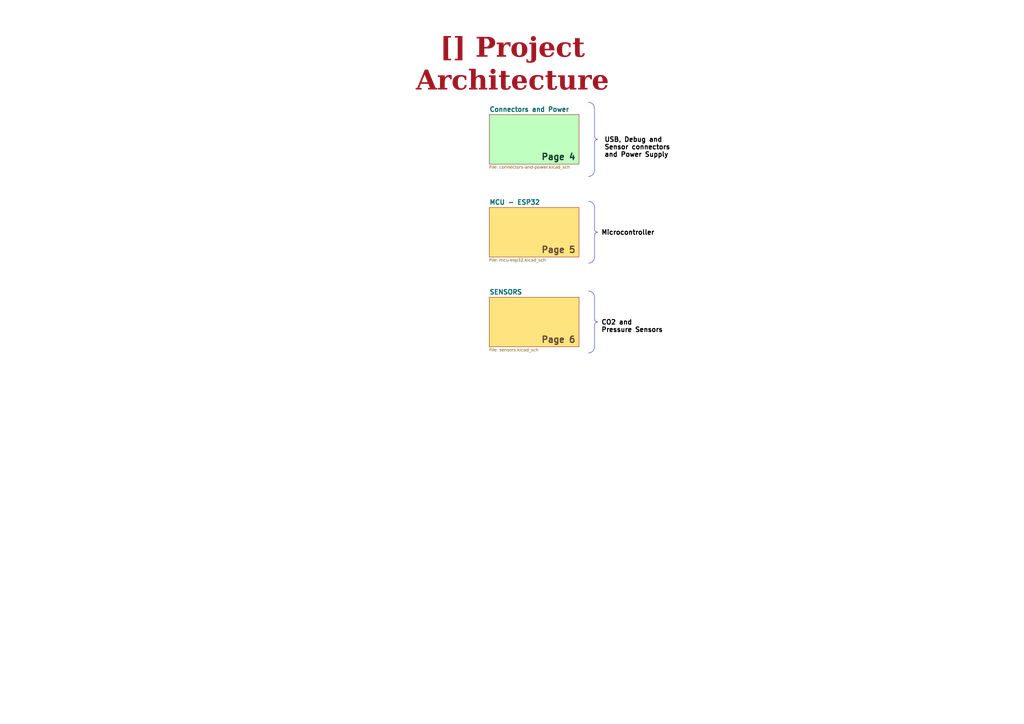
<source format=kicad_sch>
(kicad_sch
	(version 20231120)
	(generator "eeschema")
	(generator_version "8.0")
	(uuid "43756dca-f8f6-4179-bbe2-5af9585c666d")
	(paper "A3")
	(title_block
		(title "Project Architecture")
		(date "Last Modified Date")
		(rev "${REVISION}")
		(company "${COMPANY}")
	)
	(lib_symbols)
	(polyline
		(pts
			(xy 243.84 55.88) (xy 243.84 44.45)
		)
		(stroke
			(width 0)
			(type default)
		)
		(uuid "1e3c70a2-22df-46ef-a52f-0f821498dc0c")
	)
	(polyline
		(pts
			(xy 243.84 58.42) (xy 243.84 69.85)
		)
		(stroke
			(width 0)
			(type default)
		)
		(uuid "41045457-e885-4cf4-93f2-cdba80791e7b")
	)
	(polyline
		(pts
			(xy 243.84 85.09) (xy 243.84 93.98)
		)
		(stroke
			(width 0)
			(type default)
		)
		(uuid "5f799f7d-3b4c-429a-be80-1688600486e9")
	)
	(polyline
		(pts
			(xy 243.84 133.35) (xy 243.84 142.24)
		)
		(stroke
			(width 0)
			(type default)
		)
		(uuid "c8d37020-9d4d-4edf-83cc-0f7caf6eb636")
	)
	(polyline
		(pts
			(xy 243.84 121.92) (xy 243.84 130.81)
		)
		(stroke
			(width 0)
			(type default)
		)
		(uuid "d9f90ba6-5fad-4f9f-83b5-6bf61d28050d")
	)
	(polyline
		(pts
			(xy 243.84 96.52) (xy 243.84 105.41)
		)
		(stroke
			(width 0)
			(type default)
		)
		(uuid "f890bb63-7be7-434c-9d54-8102b0d37829")
	)
	(arc
		(start 243.86 96.5)
		(mid 244.2349 95.6049)
		(end 245.13 95.23)
		(stroke
			(width 0)
			(type default)
		)
		(fill
			(type none)
		)
		(uuid 055071ba-7216-47dc-af92-e615f4e56e85)
	)
	(arc
		(start 245.13 132.06)
		(mid 244.2349 131.6851)
		(end 243.86 130.79)
		(stroke
			(width 0)
			(type default)
		)
		(fill
			(type none)
		)
		(uuid 2e513735-90d6-45cc-8e60-125b49c9ff23)
	)
	(arc
		(start 243.84 58.42)
		(mid 244.2149 57.5249)
		(end 245.11 57.15)
		(stroke
			(width 0)
			(type default)
		)
		(fill
			(type none)
		)
		(uuid 463357f7-f9d2-46fa-b0b6-a6251e6ce150)
	)
	(arc
		(start 241.32 82.53)
		(mid 243.1102 83.2798)
		(end 243.86 85.07)
		(stroke
			(width 0)
			(type default)
		)
		(fill
			(type none)
		)
		(uuid 73f6865c-4f24-4b13-a9e7-cf8bfa00ee32)
	)
	(arc
		(start 245.11 57.15)
		(mid 244.2149 56.7751)
		(end 243.84 55.88)
		(stroke
			(width 0)
			(type default)
		)
		(fill
			(type none)
		)
		(uuid a134b516-cfaf-437e-b6e0-fd4fe5086d29)
	)
	(arc
		(start 243.86 142.22)
		(mid 243.1161 144.0161)
		(end 241.32 144.76)
		(stroke
			(width 0)
			(type default)
		)
		(fill
			(type none)
		)
		(uuid a1ef196a-304d-4651-bcf9-bd4529457914)
	)
	(arc
		(start 243.86 105.39)
		(mid 243.1161 107.1861)
		(end 241.32 107.93)
		(stroke
			(width 0)
			(type default)
		)
		(fill
			(type none)
		)
		(uuid a8227c96-ad98-472e-856e-98a46a3c9121)
	)
	(arc
		(start 245.13 95.23)
		(mid 244.2349 94.8551)
		(end 243.86 93.96)
		(stroke
			(width 0)
			(type default)
		)
		(fill
			(type none)
		)
		(uuid cc4cf7fb-4bd9-4be9-81d7-4f1f2d80469e)
	)
	(arc
		(start 243.84 69.85)
		(mid 243.0961 71.6461)
		(end 241.3 72.39)
		(stroke
			(width 0)
			(type default)
		)
		(fill
			(type none)
		)
		(uuid d1fe5f0f-24cb-4f3d-baf1-1b36c0a6f68e)
	)
	(arc
		(start 241.3 41.91)
		(mid 243.0902 42.6598)
		(end 243.84 44.45)
		(stroke
			(width 0)
			(type default)
		)
		(fill
			(type none)
		)
		(uuid d8a608aa-d710-4d73-9273-2b52adac6230)
	)
	(arc
		(start 241.32 119.36)
		(mid 243.1102 120.1098)
		(end 243.86 121.9)
		(stroke
			(width 0)
			(type default)
		)
		(fill
			(type none)
		)
		(uuid d9fc027c-0070-4afc-83e9-1999a2ab9766)
	)
	(arc
		(start 243.86 133.33)
		(mid 244.2349 132.4349)
		(end 245.13 132.06)
		(stroke
			(width 0)
			(type default)
		)
		(fill
			(type none)
		)
		(uuid e9022a47-2c80-447f-8edf-6508112406dd)
	)
	(text_box "USB, Debug and Sensor connectors and Power Supply"
		(exclude_from_sim no)
		(at 246.38 54.61 0)
		(size 33.02 12.7)
		(stroke
			(width -0.0001)
			(type default)
		)
		(fill
			(type none)
		)
		(effects
			(font
				(size 1.905 1.905)
				(thickness 0.381)
				(bold yes)
				(color 0 0 0 1)
			)
			(justify left top)
		)
		(uuid "51bc3fdc-86f1-4742-b7d8-53f1faaab343")
	)
	(text_box "[${#}] ${TITLE}"
		(exclude_from_sim no)
		(at 144.78 20.32 0)
		(size 130.81 12.7)
		(stroke
			(width -0.0001)
			(type default)
		)
		(fill
			(type none)
		)
		(effects
			(font
				(face "Times New Roman")
				(size 8 8)
				(thickness 1.2)
				(bold yes)
				(color 162 22 34 1)
			)
		)
		(uuid "7fa5cc40-6c97-487c-9cc7-412504f68533")
	)
	(text_box "CO2 and Pressure Sensors"
		(exclude_from_sim no)
		(at 245.11 129.54 0)
		(size 29.21 10.16)
		(stroke
			(width -0.0001)
			(type default)
		)
		(fill
			(type none)
		)
		(effects
			(font
				(size 1.905 1.905)
				(thickness 0.381)
				(bold yes)
				(color 0 0 0 1)
			)
			(justify left top)
		)
		(uuid "902bb5df-c840-4850-bc3c-60793bd0dde5")
	)
	(text_box "Microcontroller"
		(exclude_from_sim no)
		(at 245.11 92.71 0)
		(size 26.015 5.1)
		(stroke
			(width -0.0001)
			(type default)
		)
		(fill
			(type none)
		)
		(effects
			(font
				(size 1.905 1.905)
				(thickness 0.381)
				(bold yes)
				(color 0 0 0 1)
			)
			(justify left top)
		)
		(uuid "ea2adac5-d133-46b2-a7ff-14a70e2ad344")
	)
	(text "Page 6"
		(exclude_from_sim no)
		(at 236.22 140.97 0)
		(effects
			(font
				(size 2.54 2.54)
				(bold yes)
				(color 100 70 50 1)
			)
			(justify right bottom)
			(href "#5")
		)
		(uuid "4eaebdee-9358-4b73-8a72-52ce754239bd")
	)
	(text "Page 4"
		(exclude_from_sim no)
		(at 236.22 66.04 0)
		(effects
			(font
				(size 2.54 2.54)
				(bold yes)
				(color 20 60 40 1)
			)
			(justify right bottom)
			(href "#4")
		)
		(uuid "978bb74e-ca07-4b21-b2dc-19b812f717e9")
	)
	(text "Page 5"
		(exclude_from_sim no)
		(at 236.22 104.14 0)
		(effects
			(font
				(size 2.54 2.54)
				(bold yes)
				(color 100 70 50 1)
			)
			(justify right bottom)
			(href "#5")
		)
		(uuid "c54c21a6-b82f-4883-adfa-9cf31abe82f0")
	)
	(sheet
		(at 200.66 46.99)
		(size 36.83 20.32)
		(fields_autoplaced yes)
		(stroke
			(width 0.1524)
			(type solid)
		)
		(fill
			(color 128 255 128 0.5000)
		)
		(uuid "7d5a1283-086b-46b0-8df7-a9850521fb5e")
		(property "Sheetname" "Connectors and Power"
			(at 200.66 45.9609 0)
			(effects
				(font
					(size 1.905 1.905)
					(bold yes)
				)
				(justify left bottom)
			)
		)
		(property "Sheetfile" "connectors-and-power.kicad_sch"
			(at 200.66 67.8946 0)
			(effects
				(font
					(face "Arial")
					(size 1.27 1.27)
				)
				(justify left top)
			)
		)
		(instances
			(project "100008_hw-vern-aqm"
				(path "/0650c7a8-acba-429c-9f8e-eec0baf0bc1c/fede4c36-00cc-4d3d-b71c-5243ba232202"
					(page "3")
				)
			)
		)
	)
	(sheet
		(at 200.66 121.92)
		(size 36.83 20.32)
		(fields_autoplaced yes)
		(stroke
			(width 0.1524)
			(type solid)
		)
		(fill
			(color 255 200 0 0.5020)
		)
		(uuid "b07303a0-99ff-4a36-a427-2598198d9d06")
		(property "Sheetname" "SENSORS"
			(at 200.66 120.8909 0)
			(effects
				(font
					(size 1.905 1.905)
					(bold yes)
				)
				(justify left bottom)
			)
		)
		(property "Sheetfile" "sensors.kicad_sch"
			(at 200.66 142.8246 0)
			(effects
				(font
					(face "Arial")
					(size 1.27 1.27)
				)
				(justify left top)
			)
		)
		(instances
			(project "100008_hw-vern-aqm"
				(path "/0650c7a8-acba-429c-9f8e-eec0baf0bc1c/fede4c36-00cc-4d3d-b71c-5243ba232202"
					(page "5")
				)
			)
		)
	)
	(sheet
		(at 200.66 85.09)
		(size 36.83 20.32)
		(fields_autoplaced yes)
		(stroke
			(width 0.1524)
			(type solid)
		)
		(fill
			(color 255 200 0 0.5020)
		)
		(uuid "e6015f1e-cbce-46f4-85e1-3d5463a17dc1")
		(property "Sheetname" "MCU - ESP32"
			(at 200.66 84.0609 0)
			(effects
				(font
					(size 1.905 1.905)
					(bold yes)
				)
				(justify left bottom)
			)
		)
		(property "Sheetfile" "mcu-esp32.kicad_sch"
			(at 200.66 105.9946 0)
			(effects
				(font
					(face "Arial")
					(size 1.27 1.27)
				)
				(justify left top)
			)
		)
		(instances
			(project "100008_hw-vern-aqm"
				(path "/0650c7a8-acba-429c-9f8e-eec0baf0bc1c/fede4c36-00cc-4d3d-b71c-5243ba232202"
					(page "4")
				)
			)
		)
	)
)

</source>
